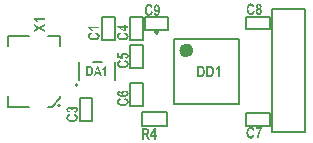
<source format=gto>
G04*
G04 #@! TF.GenerationSoftware,Altium Limited,Altium Designer,22.7.1 (60)*
G04*
G04 Layer_Color=65535*
%FSLAX43Y43*%
%MOMM*%
G71*
G04*
G04 #@! TF.SameCoordinates,4746692A-FCE4-4093-9A7F-7E88C9008C25*
G04*
G04*
G04 #@! TF.FilePolarity,Positive*
G04*
G01*
G75*
%ADD10C,0.200*%
%ADD11C,0.250*%
%ADD12C,0.600*%
%ADD13C,0.127*%
%ADD14C,0.150*%
G36*
X8450Y10116D02*
X7761D01*
X7762Y10115D01*
X7765Y10112D01*
X7769Y10108D01*
X7776Y10101D01*
X7783Y10094D01*
X7793Y10084D01*
X7803Y10073D01*
X7813Y10060D01*
X7835Y10032D01*
X7859Y9999D01*
X7880Y9961D01*
X7899Y9922D01*
X7732D01*
Y9923D01*
X7731Y9925D01*
X7728Y9933D01*
X7721Y9944D01*
X7713Y9961D01*
X7700Y9981D01*
X7685Y10002D01*
X7666Y10026D01*
X7644Y10052D01*
X7642Y10053D01*
X7641Y10054D01*
X7632Y10063D01*
X7618Y10074D01*
X7600Y10088D01*
X7579Y10104D01*
X7553Y10119D01*
X7525Y10133D01*
X7494Y10145D01*
Y10267D01*
X8450D01*
Y10116D01*
D02*
G37*
G36*
X8164Y9779D02*
X8172Y9777D01*
X8184Y9774D01*
X8196Y9770D01*
X8212Y9765D01*
X8229Y9760D01*
X8247Y9753D01*
X8285Y9736D01*
X8325Y9715D01*
X8361Y9691D01*
X8377Y9677D01*
X8392Y9661D01*
X8394Y9660D01*
X8395Y9657D01*
X8399Y9653D01*
X8403Y9646D01*
X8409Y9639D01*
X8415Y9629D01*
X8422Y9617D01*
X8429Y9605D01*
X8436Y9591D01*
X8443Y9575D01*
X8454Y9540D01*
X8463Y9500D01*
X8464Y9479D01*
X8466Y9457D01*
Y9450D01*
X8464Y9443D01*
Y9431D01*
X8461Y9419D01*
X8460Y9403D01*
X8456Y9386D01*
X8451Y9368D01*
X8444Y9348D01*
X8437Y9328D01*
X8427Y9309D01*
X8416Y9287D01*
X8402Y9266D01*
X8387Y9247D01*
X8370Y9227D01*
X8349Y9209D01*
X8347Y9207D01*
X8343Y9204D01*
X8334Y9199D01*
X8323Y9192D01*
X8310Y9183D01*
X8294Y9175D01*
X8274Y9165D01*
X8251Y9155D01*
X8227Y9144D01*
X8199Y9134D01*
X8169Y9125D01*
X8137Y9117D01*
X8102Y9110D01*
X8064Y9104D01*
X8024Y9101D01*
X7982Y9100D01*
X7981D01*
X7979D01*
X7971D01*
X7958Y9101D01*
X7943D01*
X7921Y9103D01*
X7897Y9106D01*
X7872Y9110D01*
X7844Y9114D01*
X7813Y9120D01*
X7782Y9127D01*
X7751Y9135D01*
X7718Y9147D01*
X7687Y9159D01*
X7658Y9173D01*
X7628Y9190D01*
X7601Y9210D01*
X7600Y9211D01*
X7596Y9214D01*
X7590Y9220D01*
X7583Y9227D01*
X7573Y9237D01*
X7563Y9248D01*
X7552Y9262D01*
X7541Y9278D01*
X7531Y9295D01*
X7520Y9314D01*
X7510Y9335D01*
X7500Y9358D01*
X7493Y9383D01*
X7487Y9409D01*
X7483Y9437D01*
X7482Y9467D01*
Y9479D01*
X7483Y9489D01*
X7484Y9500D01*
X7486Y9513D01*
X7489Y9527D01*
X7493Y9543D01*
X7504Y9578D01*
X7511Y9596D01*
X7520Y9615D01*
X7531Y9633D01*
X7544Y9651D01*
X7558Y9670D01*
X7573Y9686D01*
Y9688D01*
X7576Y9689D01*
X7580Y9692D01*
X7584Y9696D01*
X7591Y9702D01*
X7600Y9708D01*
X7610Y9715D01*
X7621Y9722D01*
X7634Y9729D01*
X7646Y9737D01*
X7662Y9744D01*
X7679Y9753D01*
X7699Y9760D01*
X7718Y9767D01*
X7740Y9774D01*
X7762Y9779D01*
X7807Y9623D01*
X7806D01*
X7804Y9622D01*
X7800D01*
X7794Y9620D01*
X7780Y9616D01*
X7763Y9610D01*
X7744Y9602D01*
X7724Y9591D01*
X7706Y9578D01*
X7689Y9562D01*
X7687Y9561D01*
X7682Y9555D01*
X7675Y9545D01*
X7668Y9533D01*
X7659Y9517D01*
X7654Y9500D01*
X7648Y9481D01*
X7646Y9458D01*
Y9450D01*
X7648Y9444D01*
X7651Y9428D01*
X7656Y9409D01*
X7665Y9386D01*
X7679Y9362D01*
X7687Y9351D01*
X7697Y9340D01*
X7708Y9328D01*
X7723Y9317D01*
X7724D01*
X7725Y9314D01*
X7731Y9313D01*
X7737Y9309D01*
X7745Y9304D01*
X7755Y9300D01*
X7768Y9296D01*
X7782Y9290D01*
X7797Y9285D01*
X7816Y9280D01*
X7837Y9276D01*
X7859Y9272D01*
X7883Y9269D01*
X7910Y9266D01*
X7940Y9264D01*
X7971D01*
X7972D01*
X7979D01*
X7988D01*
X8000Y9265D01*
X8014D01*
X8031Y9266D01*
X8050Y9268D01*
X8069Y9271D01*
X8112Y9276D01*
X8154Y9286D01*
X8174Y9292D01*
X8193Y9299D01*
X8210Y9307D01*
X8226Y9316D01*
X8227D01*
X8229Y9318D01*
X8237Y9326D01*
X8250Y9337D01*
X8263Y9354D01*
X8277Y9373D01*
X8289Y9396D01*
X8298Y9424D01*
X8299Y9438D01*
X8301Y9454D01*
Y9457D01*
X8299Y9464D01*
X8298Y9476D01*
X8295Y9490D01*
X8289Y9507D01*
X8281Y9526D01*
X8268Y9544D01*
X8253Y9561D01*
X8250Y9562D01*
X8243Y9568D01*
X8231Y9576D01*
X8215Y9586D01*
X8193Y9598D01*
X8167Y9607D01*
X8136Y9619D01*
X8098Y9627D01*
X8157Y9781D01*
X8158D01*
X8164Y9779D01*
D02*
G37*
G36*
X6346Y3496D02*
X6358Y3494D01*
X6370Y3493D01*
X6384Y3490D01*
X6401Y3487D01*
X6435Y3477D01*
X6470Y3463D01*
X6489Y3455D01*
X6507Y3445D01*
X6524Y3432D01*
X6541Y3418D01*
X6542Y3417D01*
X6545Y3415D01*
X6549Y3410D01*
X6554Y3404D01*
X6561Y3397D01*
X6568Y3388D01*
X6583Y3366D01*
X6599Y3339D01*
X6613Y3308D01*
X6617Y3290D01*
X6621Y3271D01*
X6624Y3253D01*
X6626Y3233D01*
Y3223D01*
X6624Y3216D01*
X6623Y3208D01*
X6621Y3197D01*
X6617Y3173D01*
X6609Y3146D01*
X6594Y3116D01*
X6587Y3101D01*
X6578Y3087D01*
X6566Y3073D01*
X6554Y3059D01*
X6552Y3057D01*
X6551Y3056D01*
X6547Y3051D01*
X6541Y3047D01*
X6532Y3042D01*
X6524Y3036D01*
X6514Y3029D01*
X6501Y3022D01*
X6489Y3015D01*
X6473Y3008D01*
X6458Y3001D01*
X6439Y2994D01*
X6401Y2984D01*
X6356Y2977D01*
X6335Y3122D01*
X6337D01*
X6338D01*
X6346Y3123D01*
X6358Y3125D01*
X6373Y3129D01*
X6390Y3133D01*
X6407Y3140D01*
X6424Y3149D01*
X6438Y3159D01*
X6439Y3160D01*
X6444Y3164D01*
X6449Y3171D01*
X6455Y3180D01*
X6462Y3190D01*
X6468Y3202D01*
X6472Y3216D01*
X6473Y3232D01*
Y3240D01*
X6470Y3249D01*
X6468Y3259D01*
X6463Y3271D01*
X6456Y3285D01*
X6446Y3298D01*
X6432Y3311D01*
X6431Y3312D01*
X6424Y3316D01*
X6415Y3321D01*
X6401Y3328D01*
X6386Y3333D01*
X6365Y3338D01*
X6342Y3342D01*
X6315Y3343D01*
X6314D01*
X6313D01*
X6304D01*
X6291Y3342D01*
X6276Y3339D01*
X6259Y3336D01*
X6241Y3331D01*
X6222Y3322D01*
X6207Y3312D01*
X6205Y3311D01*
X6200Y3307D01*
X6194Y3300D01*
X6186Y3291D01*
X6179Y3280D01*
X6172Y3267D01*
X6167Y3253D01*
X6166Y3238D01*
Y3226D01*
X6167Y3219D01*
X6169Y3209D01*
X6172Y3197D01*
X6176Y3184D01*
X6180Y3170D01*
X6031Y3185D01*
Y3195D01*
X6029Y3207D01*
X6028Y3219D01*
X6024Y3235D01*
X6019Y3250D01*
X6011Y3264D01*
X6001Y3278D01*
X6000Y3280D01*
X5995Y3284D01*
X5987Y3290D01*
X5977Y3295D01*
X5964Y3301D01*
X5949Y3307D01*
X5931Y3311D01*
X5909Y3312D01*
X5907D01*
X5901D01*
X5892Y3311D01*
X5881Y3309D01*
X5870Y3307D01*
X5857Y3301D01*
X5845Y3295D01*
X5833Y3287D01*
X5832Y3285D01*
X5829Y3283D01*
X5825Y3277D01*
X5819Y3270D01*
X5814Y3261D01*
X5809Y3250D01*
X5806Y3238D01*
X5805Y3223D01*
Y3218D01*
X5806Y3209D01*
X5809Y3201D01*
X5814Y3191D01*
X5819Y3180D01*
X5826Y3168D01*
X5837Y3157D01*
X5839Y3156D01*
X5843Y3153D01*
X5852Y3149D01*
X5861Y3143D01*
X5874Y3137D01*
X5891Y3132D01*
X5909Y3128D01*
X5932Y3125D01*
X5904Y2987D01*
X5902D01*
X5898Y2988D01*
X5891Y2989D01*
X5883Y2991D01*
X5871Y2994D01*
X5860Y2996D01*
X5832Y3005D01*
X5801Y3016D01*
X5770Y3030D01*
X5740Y3049D01*
X5726Y3059D01*
X5715Y3070D01*
X5713Y3071D01*
X5712Y3073D01*
X5705Y3081D01*
X5695Y3095D01*
X5684Y3113D01*
X5674Y3136D01*
X5664Y3164D01*
X5657Y3195D01*
X5654Y3212D01*
Y3239D01*
X5656Y3247D01*
X5657Y3256D01*
X5658Y3266D01*
X5664Y3291D01*
X5673Y3318D01*
X5687Y3346D01*
X5695Y3360D01*
X5705Y3374D01*
X5716Y3387D01*
X5730Y3400D01*
X5732Y3401D01*
X5733Y3402D01*
X5737Y3405D01*
X5743Y3410D01*
X5750Y3414D01*
X5759Y3419D01*
X5780Y3432D01*
X5805Y3443D01*
X5833Y3453D01*
X5864Y3460D01*
X5881Y3463D01*
X5898D01*
X5901D01*
X5908D01*
X5921Y3462D01*
X5935Y3459D01*
X5953Y3456D01*
X5971Y3450D01*
X5991Y3443D01*
X6011Y3433D01*
X6014Y3432D01*
X6019Y3428D01*
X6028Y3422D01*
X6040Y3412D01*
X6053Y3401D01*
X6069Y3386D01*
X6084Y3369D01*
X6098Y3349D01*
Y3350D01*
X6100Y3352D01*
X6102Y3360D01*
X6107Y3371D01*
X6114Y3387D01*
X6125Y3404D01*
X6138Y3421D01*
X6155Y3438D01*
X6176Y3455D01*
X6179Y3456D01*
X6187Y3462D01*
X6200Y3469D01*
X6217Y3476D01*
X6238Y3484D01*
X6263Y3490D01*
X6293Y3496D01*
X6325Y3497D01*
X6327D01*
X6331D01*
X6338D01*
X6346Y3496D01*
D02*
G37*
G36*
X6324Y2879D02*
X6332Y2877D01*
X6344Y2874D01*
X6356Y2870D01*
X6372Y2865D01*
X6389Y2860D01*
X6407Y2853D01*
X6445Y2836D01*
X6485Y2815D01*
X6521Y2791D01*
X6537Y2777D01*
X6552Y2761D01*
X6554Y2760D01*
X6555Y2757D01*
X6559Y2753D01*
X6563Y2746D01*
X6569Y2739D01*
X6575Y2729D01*
X6582Y2717D01*
X6589Y2705D01*
X6596Y2691D01*
X6603Y2675D01*
X6614Y2640D01*
X6623Y2600D01*
X6624Y2579D01*
X6626Y2557D01*
Y2550D01*
X6624Y2543D01*
Y2531D01*
X6621Y2519D01*
X6620Y2503D01*
X6616Y2486D01*
X6611Y2468D01*
X6604Y2448D01*
X6597Y2428D01*
X6587Y2409D01*
X6576Y2387D01*
X6562Y2366D01*
X6547Y2347D01*
X6530Y2327D01*
X6509Y2309D01*
X6507Y2307D01*
X6503Y2304D01*
X6494Y2299D01*
X6483Y2292D01*
X6470Y2283D01*
X6454Y2275D01*
X6434Y2265D01*
X6411Y2255D01*
X6387Y2244D01*
X6359Y2234D01*
X6329Y2225D01*
X6297Y2217D01*
X6262Y2210D01*
X6224Y2204D01*
X6184Y2201D01*
X6142Y2200D01*
X6141D01*
X6139D01*
X6131D01*
X6118Y2201D01*
X6102D01*
X6081Y2203D01*
X6057Y2206D01*
X6032Y2210D01*
X6004Y2214D01*
X5973Y2220D01*
X5942Y2227D01*
X5911Y2235D01*
X5878Y2247D01*
X5847Y2259D01*
X5818Y2273D01*
X5788Y2290D01*
X5761Y2310D01*
X5760Y2311D01*
X5756Y2314D01*
X5750Y2320D01*
X5743Y2327D01*
X5733Y2337D01*
X5723Y2348D01*
X5712Y2362D01*
X5701Y2378D01*
X5691Y2395D01*
X5680Y2414D01*
X5670Y2435D01*
X5660Y2458D01*
X5653Y2483D01*
X5647Y2509D01*
X5643Y2537D01*
X5642Y2567D01*
Y2579D01*
X5643Y2589D01*
X5644Y2600D01*
X5646Y2613D01*
X5649Y2627D01*
X5653Y2643D01*
X5664Y2678D01*
X5671Y2696D01*
X5680Y2715D01*
X5691Y2733D01*
X5704Y2751D01*
X5718Y2770D01*
X5733Y2786D01*
Y2788D01*
X5736Y2789D01*
X5740Y2792D01*
X5744Y2796D01*
X5751Y2802D01*
X5760Y2808D01*
X5770Y2815D01*
X5781Y2822D01*
X5794Y2829D01*
X5806Y2837D01*
X5822Y2844D01*
X5839Y2853D01*
X5859Y2860D01*
X5878Y2867D01*
X5900Y2874D01*
X5922Y2879D01*
X5967Y2723D01*
X5966D01*
X5964Y2722D01*
X5960D01*
X5954Y2720D01*
X5940Y2716D01*
X5923Y2710D01*
X5904Y2702D01*
X5884Y2691D01*
X5866Y2678D01*
X5849Y2662D01*
X5847Y2661D01*
X5842Y2655D01*
X5835Y2645D01*
X5828Y2633D01*
X5819Y2617D01*
X5814Y2600D01*
X5808Y2581D01*
X5806Y2558D01*
Y2550D01*
X5808Y2544D01*
X5811Y2528D01*
X5816Y2509D01*
X5825Y2486D01*
X5839Y2462D01*
X5847Y2451D01*
X5857Y2440D01*
X5868Y2428D01*
X5883Y2417D01*
X5884D01*
X5885Y2414D01*
X5891Y2413D01*
X5897Y2409D01*
X5905Y2404D01*
X5915Y2400D01*
X5928Y2396D01*
X5942Y2390D01*
X5957Y2385D01*
X5976Y2380D01*
X5997Y2376D01*
X6019Y2372D01*
X6043Y2369D01*
X6070Y2366D01*
X6100Y2364D01*
X6131D01*
X6132D01*
X6139D01*
X6148D01*
X6160Y2365D01*
X6174D01*
X6191Y2366D01*
X6210Y2368D01*
X6229Y2371D01*
X6272Y2376D01*
X6314Y2386D01*
X6334Y2392D01*
X6353Y2399D01*
X6370Y2407D01*
X6386Y2416D01*
X6387D01*
X6389Y2418D01*
X6397Y2426D01*
X6410Y2437D01*
X6423Y2454D01*
X6437Y2473D01*
X6449Y2496D01*
X6458Y2524D01*
X6459Y2538D01*
X6461Y2554D01*
Y2557D01*
X6459Y2564D01*
X6458Y2576D01*
X6455Y2590D01*
X6449Y2607D01*
X6441Y2626D01*
X6428Y2644D01*
X6413Y2661D01*
X6410Y2662D01*
X6403Y2668D01*
X6391Y2676D01*
X6375Y2686D01*
X6353Y2698D01*
X6327Y2707D01*
X6296Y2719D01*
X6258Y2727D01*
X6317Y2881D01*
X6318D01*
X6324Y2879D01*
D02*
G37*
G36*
X10708Y10321D02*
X10900D01*
Y10176D01*
X10708D01*
Y9856D01*
X10549D01*
X9944Y10194D01*
Y10321D01*
X10548D01*
Y10418D01*
X10708D01*
Y10321D01*
D02*
G37*
G36*
X10614Y9779D02*
X10622Y9777D01*
X10634Y9774D01*
X10646Y9770D01*
X10662Y9765D01*
X10679Y9760D01*
X10697Y9753D01*
X10735Y9736D01*
X10775Y9715D01*
X10811Y9691D01*
X10827Y9677D01*
X10842Y9661D01*
X10844Y9660D01*
X10845Y9657D01*
X10849Y9653D01*
X10853Y9646D01*
X10859Y9639D01*
X10865Y9629D01*
X10872Y9617D01*
X10879Y9605D01*
X10886Y9591D01*
X10893Y9575D01*
X10904Y9540D01*
X10913Y9500D01*
X10914Y9479D01*
X10916Y9457D01*
Y9450D01*
X10914Y9443D01*
Y9431D01*
X10911Y9419D01*
X10910Y9403D01*
X10906Y9386D01*
X10901Y9368D01*
X10894Y9348D01*
X10887Y9328D01*
X10877Y9309D01*
X10866Y9287D01*
X10852Y9266D01*
X10837Y9247D01*
X10820Y9227D01*
X10799Y9209D01*
X10797Y9207D01*
X10793Y9204D01*
X10784Y9199D01*
X10773Y9192D01*
X10760Y9183D01*
X10744Y9175D01*
X10724Y9165D01*
X10701Y9155D01*
X10677Y9144D01*
X10649Y9134D01*
X10619Y9125D01*
X10587Y9117D01*
X10552Y9110D01*
X10514Y9104D01*
X10474Y9101D01*
X10432Y9100D01*
X10431D01*
X10429D01*
X10421D01*
X10408Y9101D01*
X10393D01*
X10371Y9103D01*
X10347Y9106D01*
X10322Y9110D01*
X10294Y9114D01*
X10263Y9120D01*
X10232Y9127D01*
X10201Y9135D01*
X10168Y9147D01*
X10137Y9159D01*
X10108Y9173D01*
X10078Y9190D01*
X10051Y9210D01*
X10050Y9211D01*
X10046Y9214D01*
X10040Y9220D01*
X10033Y9227D01*
X10023Y9237D01*
X10013Y9248D01*
X10002Y9262D01*
X9991Y9278D01*
X9981Y9295D01*
X9970Y9314D01*
X9960Y9335D01*
X9950Y9358D01*
X9943Y9383D01*
X9937Y9409D01*
X9933Y9437D01*
X9932Y9467D01*
Y9479D01*
X9933Y9489D01*
X9934Y9500D01*
X9936Y9513D01*
X9939Y9527D01*
X9943Y9543D01*
X9954Y9578D01*
X9961Y9596D01*
X9970Y9615D01*
X9981Y9633D01*
X9994Y9651D01*
X10008Y9670D01*
X10023Y9686D01*
Y9688D01*
X10026Y9689D01*
X10030Y9692D01*
X10034Y9696D01*
X10041Y9702D01*
X10050Y9708D01*
X10060Y9715D01*
X10071Y9722D01*
X10084Y9729D01*
X10096Y9737D01*
X10112Y9744D01*
X10129Y9753D01*
X10149Y9760D01*
X10168Y9767D01*
X10190Y9774D01*
X10212Y9779D01*
X10257Y9623D01*
X10256D01*
X10254Y9622D01*
X10250D01*
X10244Y9620D01*
X10230Y9616D01*
X10213Y9610D01*
X10194Y9602D01*
X10174Y9591D01*
X10156Y9578D01*
X10139Y9562D01*
X10137Y9561D01*
X10132Y9555D01*
X10125Y9545D01*
X10118Y9533D01*
X10109Y9517D01*
X10104Y9500D01*
X10098Y9481D01*
X10096Y9458D01*
Y9450D01*
X10098Y9444D01*
X10101Y9428D01*
X10106Y9409D01*
X10115Y9386D01*
X10129Y9362D01*
X10137Y9351D01*
X10147Y9340D01*
X10158Y9328D01*
X10173Y9317D01*
X10174D01*
X10175Y9314D01*
X10181Y9313D01*
X10187Y9309D01*
X10195Y9304D01*
X10205Y9300D01*
X10218Y9296D01*
X10232Y9290D01*
X10247Y9285D01*
X10266Y9280D01*
X10287Y9276D01*
X10309Y9272D01*
X10333Y9269D01*
X10360Y9266D01*
X10390Y9264D01*
X10421D01*
X10422D01*
X10429D01*
X10438D01*
X10450Y9265D01*
X10464D01*
X10481Y9266D01*
X10500Y9268D01*
X10519Y9271D01*
X10562Y9276D01*
X10604Y9286D01*
X10624Y9292D01*
X10643Y9299D01*
X10660Y9307D01*
X10676Y9316D01*
X10677D01*
X10679Y9318D01*
X10687Y9326D01*
X10700Y9337D01*
X10713Y9354D01*
X10727Y9373D01*
X10739Y9396D01*
X10748Y9424D01*
X10749Y9438D01*
X10751Y9454D01*
Y9457D01*
X10749Y9464D01*
X10748Y9476D01*
X10745Y9490D01*
X10739Y9507D01*
X10731Y9526D01*
X10718Y9544D01*
X10703Y9561D01*
X10700Y9562D01*
X10693Y9568D01*
X10682Y9576D01*
X10665Y9586D01*
X10643Y9598D01*
X10617Y9607D01*
X10586Y9619D01*
X10548Y9627D01*
X10607Y9781D01*
X10608D01*
X10614Y9779D01*
D02*
G37*
G36*
X10601Y8053D02*
X10612D01*
X10625Y8050D01*
X10639Y8049D01*
X10656Y8046D01*
X10691Y8038D01*
X10731Y8025D01*
X10751Y8017D01*
X10770Y8008D01*
X10791Y7997D01*
X10811Y7984D01*
X10813Y7983D01*
X10815Y7981D01*
X10821Y7977D01*
X10828Y7971D01*
X10835Y7964D01*
X10844Y7956D01*
X10853Y7945D01*
X10863Y7933D01*
X10873Y7921D01*
X10883Y7905D01*
X10892Y7890D01*
X10899Y7871D01*
X10906Y7853D01*
X10911Y7832D01*
X10914Y7811D01*
X10916Y7787D01*
Y7777D01*
X10914Y7770D01*
Y7761D01*
X10911Y7750D01*
X10907Y7726D01*
X10899Y7699D01*
X10887Y7670D01*
X10870Y7642D01*
X10859Y7627D01*
X10848Y7613D01*
X10846Y7612D01*
X10845Y7611D01*
X10841Y7606D01*
X10835Y7602D01*
X10828Y7596D01*
X10820Y7591D01*
X10810Y7584D01*
X10799Y7577D01*
X10786Y7570D01*
X10770Y7563D01*
X10755Y7556D01*
X10738Y7549D01*
X10720Y7543D01*
X10698Y7537D01*
X10655Y7530D01*
X10635Y7680D01*
X10638D01*
X10645Y7681D01*
X10658Y7684D01*
X10672Y7687D01*
X10687Y7691D01*
X10703Y7698D01*
X10720Y7706D01*
X10734Y7718D01*
X10735Y7719D01*
X10739Y7723D01*
X10745Y7730D01*
X10751Y7739D01*
X10758Y7749D01*
X10763Y7761D01*
X10767Y7774D01*
X10769Y7788D01*
Y7790D01*
X10767Y7797D01*
X10766Y7805D01*
X10763Y7815D01*
X10758Y7828D01*
X10749Y7842D01*
X10739Y7854D01*
X10724Y7867D01*
X10721Y7869D01*
X10715Y7873D01*
X10704Y7878D01*
X10690Y7884D01*
X10670Y7890D01*
X10646Y7895D01*
X10617Y7900D01*
X10584Y7901D01*
X10583D01*
X10580D01*
X10576D01*
X10569D01*
X10553Y7900D01*
X10533Y7897D01*
X10512Y7892D01*
X10490Y7887D01*
X10470Y7878D01*
X10452Y7867D01*
X10450Y7866D01*
X10445Y7861D01*
X10438Y7854D01*
X10429Y7845D01*
X10422Y7833D01*
X10415Y7818D01*
X10409Y7802D01*
X10408Y7784D01*
Y7781D01*
X10409Y7773D01*
X10412Y7761D01*
X10416Y7746D01*
X10425Y7728D01*
X10438Y7708D01*
X10445Y7698D01*
X10455Y7688D01*
X10464Y7678D01*
X10477Y7668D01*
X10456Y7547D01*
X9960Y7623D01*
Y8019D01*
X10130D01*
Y7737D01*
X10294Y7712D01*
X10292Y7715D01*
X10288Y7721D01*
X10284Y7730D01*
X10277Y7744D01*
X10271Y7760D01*
X10267Y7777D01*
X10263Y7795D01*
X10261Y7815D01*
Y7823D01*
X10263Y7830D01*
X10264Y7839D01*
X10266Y7847D01*
X10270Y7870D01*
X10280Y7894D01*
X10292Y7921D01*
X10301Y7935D01*
X10311Y7947D01*
X10322Y7960D01*
X10335Y7973D01*
X10336Y7974D01*
X10339Y7977D01*
X10345Y7980D01*
X10352Y7986D01*
X10361Y7991D01*
X10373Y7998D01*
X10385Y8007D01*
X10400Y8014D01*
X10416Y8021D01*
X10435Y8029D01*
X10456Y8036D01*
X10477Y8042D01*
X10501Y8048D01*
X10525Y8052D01*
X10552Y8053D01*
X10580Y8055D01*
X10581D01*
X10586D01*
X10593D01*
X10601Y8053D01*
D02*
G37*
G36*
X10614Y7424D02*
X10622Y7422D01*
X10634Y7419D01*
X10646Y7415D01*
X10662Y7410D01*
X10679Y7405D01*
X10697Y7398D01*
X10735Y7381D01*
X10775Y7360D01*
X10811Y7336D01*
X10827Y7322D01*
X10842Y7306D01*
X10844Y7305D01*
X10845Y7302D01*
X10849Y7298D01*
X10853Y7291D01*
X10859Y7284D01*
X10865Y7274D01*
X10872Y7262D01*
X10879Y7250D01*
X10886Y7236D01*
X10893Y7220D01*
X10904Y7185D01*
X10913Y7145D01*
X10914Y7124D01*
X10916Y7102D01*
Y7095D01*
X10914Y7088D01*
Y7076D01*
X10911Y7064D01*
X10910Y7048D01*
X10906Y7031D01*
X10901Y7013D01*
X10894Y6993D01*
X10887Y6973D01*
X10877Y6954D01*
X10866Y6932D01*
X10852Y6911D01*
X10837Y6892D01*
X10820Y6872D01*
X10799Y6854D01*
X10797Y6852D01*
X10793Y6849D01*
X10784Y6844D01*
X10773Y6837D01*
X10760Y6828D01*
X10744Y6820D01*
X10724Y6810D01*
X10701Y6800D01*
X10677Y6789D01*
X10649Y6779D01*
X10619Y6770D01*
X10587Y6762D01*
X10552Y6755D01*
X10514Y6749D01*
X10474Y6746D01*
X10432Y6745D01*
X10431D01*
X10429D01*
X10421D01*
X10408Y6746D01*
X10393D01*
X10371Y6748D01*
X10347Y6751D01*
X10322Y6755D01*
X10294Y6759D01*
X10263Y6765D01*
X10232Y6772D01*
X10201Y6780D01*
X10168Y6792D01*
X10137Y6804D01*
X10108Y6818D01*
X10078Y6835D01*
X10051Y6855D01*
X10050Y6856D01*
X10046Y6859D01*
X10040Y6865D01*
X10033Y6872D01*
X10023Y6882D01*
X10013Y6893D01*
X10002Y6907D01*
X9991Y6923D01*
X9981Y6940D01*
X9970Y6959D01*
X9960Y6980D01*
X9950Y7003D01*
X9943Y7028D01*
X9937Y7054D01*
X9933Y7082D01*
X9932Y7112D01*
Y7124D01*
X9933Y7134D01*
X9934Y7145D01*
X9936Y7158D01*
X9939Y7172D01*
X9943Y7188D01*
X9954Y7223D01*
X9961Y7241D01*
X9970Y7260D01*
X9981Y7278D01*
X9994Y7296D01*
X10008Y7315D01*
X10023Y7331D01*
Y7333D01*
X10026Y7334D01*
X10030Y7337D01*
X10034Y7341D01*
X10041Y7347D01*
X10050Y7353D01*
X10060Y7360D01*
X10071Y7367D01*
X10084Y7374D01*
X10096Y7382D01*
X10112Y7389D01*
X10129Y7398D01*
X10149Y7405D01*
X10168Y7412D01*
X10190Y7419D01*
X10212Y7424D01*
X10257Y7268D01*
X10256D01*
X10254Y7267D01*
X10250D01*
X10244Y7265D01*
X10230Y7261D01*
X10213Y7255D01*
X10194Y7247D01*
X10174Y7236D01*
X10156Y7223D01*
X10139Y7207D01*
X10137Y7206D01*
X10132Y7200D01*
X10125Y7190D01*
X10118Y7178D01*
X10109Y7162D01*
X10104Y7145D01*
X10098Y7126D01*
X10096Y7103D01*
Y7095D01*
X10098Y7089D01*
X10101Y7073D01*
X10106Y7054D01*
X10115Y7031D01*
X10129Y7007D01*
X10137Y6996D01*
X10147Y6985D01*
X10158Y6973D01*
X10173Y6962D01*
X10174D01*
X10175Y6959D01*
X10181Y6958D01*
X10187Y6954D01*
X10195Y6949D01*
X10205Y6945D01*
X10218Y6941D01*
X10232Y6935D01*
X10247Y6930D01*
X10266Y6925D01*
X10287Y6921D01*
X10309Y6917D01*
X10333Y6914D01*
X10360Y6911D01*
X10390Y6909D01*
X10421D01*
X10422D01*
X10429D01*
X10438D01*
X10450Y6910D01*
X10464D01*
X10481Y6911D01*
X10500Y6913D01*
X10519Y6916D01*
X10562Y6921D01*
X10604Y6931D01*
X10624Y6937D01*
X10643Y6944D01*
X10660Y6952D01*
X10676Y6961D01*
X10677D01*
X10679Y6964D01*
X10687Y6971D01*
X10700Y6982D01*
X10713Y6999D01*
X10727Y7018D01*
X10739Y7041D01*
X10748Y7069D01*
X10749Y7083D01*
X10751Y7099D01*
Y7102D01*
X10749Y7109D01*
X10748Y7121D01*
X10745Y7135D01*
X10739Y7152D01*
X10731Y7171D01*
X10718Y7189D01*
X10703Y7206D01*
X10700Y7207D01*
X10693Y7213D01*
X10682Y7221D01*
X10665Y7231D01*
X10643Y7243D01*
X10617Y7252D01*
X10586Y7264D01*
X10548Y7272D01*
X10607Y7426D01*
X10608D01*
X10614Y7424D01*
D02*
G37*
G36*
X10619Y4849D02*
X10632Y4848D01*
X10648Y4846D01*
X10663Y4845D01*
X10682Y4842D01*
X10718Y4832D01*
X10758Y4819D01*
X10777Y4811D01*
X10796Y4801D01*
X10814Y4790D01*
X10831Y4777D01*
X10832Y4776D01*
X10835Y4774D01*
X10839Y4770D01*
X10844Y4764D01*
X10851Y4757D01*
X10858Y4749D01*
X10873Y4728D01*
X10889Y4702D01*
X10903Y4671D01*
X10907Y4654D01*
X10911Y4636D01*
X10914Y4618D01*
X10916Y4598D01*
Y4592D01*
X10914Y4587D01*
Y4578D01*
X10913Y4568D01*
X10910Y4557D01*
X10901Y4530D01*
X10896Y4515D01*
X10889Y4499D01*
X10880Y4482D01*
X10869Y4467D01*
X10856Y4450D01*
X10842Y4435D01*
X10825Y4419D01*
X10806Y4404D01*
X10804Y4402D01*
X10800Y4401D01*
X10793Y4396D01*
X10784Y4392D01*
X10772Y4387D01*
X10756Y4380D01*
X10739Y4372D01*
X10718Y4365D01*
X10694Y4358D01*
X10666Y4351D01*
X10636Y4346D01*
X10603Y4339D01*
X10566Y4334D01*
X10526Y4330D01*
X10483Y4329D01*
X10436Y4327D01*
X10435D01*
X10433D01*
X10425D01*
X10411D01*
X10394Y4329D01*
X10371Y4330D01*
X10347Y4332D01*
X10321Y4334D01*
X10291Y4337D01*
X10229Y4347D01*
X10167Y4361D01*
X10137Y4370D01*
X10109Y4381D01*
X10082Y4392D01*
X10060Y4406D01*
X10058Y4408D01*
X10054Y4411D01*
X10049Y4415D01*
X10041Y4420D01*
X10033Y4429D01*
X10023Y4439D01*
X10013Y4450D01*
X10002Y4463D01*
X9991Y4477D01*
X9981Y4492D01*
X9963Y4528D01*
X9955Y4547D01*
X9948Y4567D01*
X9946Y4590D01*
X9944Y4612D01*
Y4621D01*
X9946Y4626D01*
X9947Y4643D01*
X9951Y4663D01*
X9958Y4687D01*
X9970Y4711D01*
X9984Y4736D01*
X10003Y4759D01*
X10006Y4762D01*
X10015Y4769D01*
X10029Y4778D01*
X10047Y4791D01*
X10073Y4804D01*
X10104Y4817D01*
X10139Y4826D01*
X10181Y4835D01*
X10201Y4690D01*
X10199D01*
X10197D01*
X10191Y4688D01*
X10184Y4687D01*
X10167Y4683D01*
X10147Y4674D01*
X10129Y4664D01*
X10112Y4649D01*
X10105Y4639D01*
X10099Y4629D01*
X10096Y4616D01*
X10095Y4604D01*
Y4602D01*
X10096Y4595D01*
X10098Y4587D01*
X10102Y4575D01*
X10108Y4563D01*
X10118Y4550D01*
X10130Y4536D01*
X10149Y4523D01*
X10151Y4522D01*
X10154Y4521D01*
X10160Y4518D01*
X10166Y4516D01*
X10174Y4512D01*
X10184Y4509D01*
X10195Y4506D01*
X10209Y4502D01*
X10225Y4499D01*
X10243Y4495D01*
X10263Y4492D01*
X10284Y4489D01*
X10308Y4487D01*
X10335Y4484D01*
X10364Y4482D01*
X10363Y4484D01*
X10357Y4488D01*
X10350Y4494D01*
X10342Y4501D01*
X10332Y4511D01*
X10322Y4521D01*
X10312Y4532D01*
X10304Y4544D01*
X10302Y4546D01*
X10301Y4550D01*
X10297Y4559D01*
X10292Y4567D01*
X10290Y4578D01*
X10285Y4592D01*
X10284Y4607D01*
X10283Y4622D01*
Y4630D01*
X10284Y4638D01*
X10285Y4646D01*
X10287Y4654D01*
X10294Y4677D01*
X10304Y4701D01*
X10311Y4715D01*
X10319Y4728D01*
X10329Y4742D01*
X10340Y4755D01*
X10353Y4769D01*
X10369Y4781D01*
X10370Y4783D01*
X10373Y4784D01*
X10377Y4788D01*
X10384Y4793D01*
X10393Y4797D01*
X10402Y4804D01*
X10415Y4809D01*
X10429Y4817D01*
X10445Y4822D01*
X10462Y4829D01*
X10480Y4835D01*
X10500Y4839D01*
X10522Y4845D01*
X10545Y4848D01*
X10570Y4849D01*
X10595Y4850D01*
X10597D01*
X10603D01*
X10610D01*
X10619Y4849D01*
D02*
G37*
G36*
X10614Y4224D02*
X10622Y4222D01*
X10634Y4219D01*
X10646Y4215D01*
X10662Y4210D01*
X10679Y4205D01*
X10697Y4198D01*
X10735Y4181D01*
X10775Y4160D01*
X10811Y4136D01*
X10827Y4122D01*
X10842Y4106D01*
X10844Y4105D01*
X10845Y4102D01*
X10849Y4098D01*
X10853Y4091D01*
X10859Y4083D01*
X10865Y4074D01*
X10872Y4062D01*
X10879Y4050D01*
X10886Y4036D01*
X10893Y4020D01*
X10904Y3985D01*
X10913Y3945D01*
X10914Y3924D01*
X10916Y3902D01*
Y3895D01*
X10914Y3888D01*
Y3876D01*
X10911Y3864D01*
X10910Y3848D01*
X10906Y3831D01*
X10901Y3813D01*
X10894Y3793D01*
X10887Y3773D01*
X10877Y3754D01*
X10866Y3732D01*
X10852Y3711D01*
X10837Y3692D01*
X10820Y3672D01*
X10799Y3654D01*
X10797Y3652D01*
X10793Y3649D01*
X10784Y3644D01*
X10773Y3637D01*
X10760Y3628D01*
X10744Y3620D01*
X10724Y3610D01*
X10701Y3600D01*
X10677Y3589D01*
X10649Y3579D01*
X10619Y3570D01*
X10587Y3562D01*
X10552Y3555D01*
X10514Y3549D01*
X10474Y3546D01*
X10432Y3545D01*
X10431D01*
X10429D01*
X10421D01*
X10408Y3546D01*
X10393D01*
X10371Y3548D01*
X10347Y3551D01*
X10322Y3555D01*
X10294Y3559D01*
X10263Y3565D01*
X10232Y3572D01*
X10201Y3580D01*
X10168Y3592D01*
X10137Y3604D01*
X10108Y3618D01*
X10078Y3635D01*
X10051Y3655D01*
X10050Y3656D01*
X10046Y3659D01*
X10040Y3665D01*
X10033Y3672D01*
X10023Y3682D01*
X10013Y3693D01*
X10002Y3707D01*
X9991Y3723D01*
X9981Y3740D01*
X9970Y3759D01*
X9960Y3780D01*
X9950Y3803D01*
X9943Y3828D01*
X9937Y3854D01*
X9933Y3882D01*
X9932Y3912D01*
Y3924D01*
X9933Y3934D01*
X9934Y3945D01*
X9936Y3958D01*
X9939Y3972D01*
X9943Y3988D01*
X9954Y4023D01*
X9961Y4041D01*
X9970Y4060D01*
X9981Y4078D01*
X9994Y4096D01*
X10008Y4115D01*
X10023Y4131D01*
Y4133D01*
X10026Y4134D01*
X10030Y4137D01*
X10034Y4141D01*
X10041Y4147D01*
X10050Y4153D01*
X10060Y4160D01*
X10071Y4167D01*
X10084Y4174D01*
X10096Y4182D01*
X10112Y4189D01*
X10129Y4198D01*
X10149Y4205D01*
X10168Y4212D01*
X10190Y4219D01*
X10212Y4224D01*
X10257Y4068D01*
X10256D01*
X10254Y4067D01*
X10250D01*
X10244Y4065D01*
X10230Y4061D01*
X10213Y4055D01*
X10194Y4047D01*
X10174Y4036D01*
X10156Y4023D01*
X10139Y4007D01*
X10137Y4006D01*
X10132Y4000D01*
X10125Y3990D01*
X10118Y3978D01*
X10109Y3962D01*
X10104Y3945D01*
X10098Y3926D01*
X10096Y3903D01*
Y3895D01*
X10098Y3889D01*
X10101Y3873D01*
X10106Y3854D01*
X10115Y3831D01*
X10129Y3807D01*
X10137Y3796D01*
X10147Y3785D01*
X10158Y3773D01*
X10173Y3762D01*
X10174D01*
X10175Y3759D01*
X10181Y3758D01*
X10187Y3754D01*
X10195Y3749D01*
X10205Y3745D01*
X10218Y3741D01*
X10232Y3735D01*
X10247Y3730D01*
X10266Y3725D01*
X10287Y3721D01*
X10309Y3717D01*
X10333Y3714D01*
X10360Y3711D01*
X10390Y3709D01*
X10421D01*
X10422D01*
X10429D01*
X10438D01*
X10450Y3710D01*
X10464D01*
X10481Y3711D01*
X10500Y3713D01*
X10519Y3716D01*
X10562Y3721D01*
X10604Y3731D01*
X10624Y3737D01*
X10643Y3744D01*
X10660Y3752D01*
X10676Y3761D01*
X10677D01*
X10679Y3763D01*
X10687Y3771D01*
X10700Y3782D01*
X10713Y3799D01*
X10727Y3818D01*
X10739Y3841D01*
X10748Y3869D01*
X10749Y3883D01*
X10751Y3899D01*
Y3902D01*
X10749Y3909D01*
X10748Y3921D01*
X10745Y3935D01*
X10739Y3952D01*
X10731Y3971D01*
X10718Y3989D01*
X10703Y4006D01*
X10700Y4007D01*
X10693Y4013D01*
X10682Y4021D01*
X10665Y4031D01*
X10643Y4043D01*
X10617Y4052D01*
X10586Y4064D01*
X10548Y4072D01*
X10607Y4226D01*
X10608D01*
X10614Y4224D01*
D02*
G37*
G36*
X21284Y1767D02*
X21295Y1766D01*
X21308Y1764D01*
X21322Y1761D01*
X21338Y1757D01*
X21373Y1746D01*
X21391Y1739D01*
X21410Y1730D01*
X21428Y1719D01*
X21446Y1706D01*
X21465Y1692D01*
X21481Y1677D01*
X21483D01*
X21484Y1674D01*
X21487Y1670D01*
X21491Y1666D01*
X21497Y1659D01*
X21503Y1650D01*
X21510Y1640D01*
X21517Y1629D01*
X21524Y1616D01*
X21532Y1604D01*
X21539Y1588D01*
X21548Y1571D01*
X21555Y1551D01*
X21562Y1532D01*
X21569Y1510D01*
X21574Y1488D01*
X21418Y1443D01*
Y1444D01*
X21417Y1446D01*
Y1450D01*
X21415Y1456D01*
X21411Y1470D01*
X21405Y1487D01*
X21397Y1506D01*
X21386Y1526D01*
X21373Y1544D01*
X21357Y1561D01*
X21356Y1563D01*
X21350Y1568D01*
X21340Y1575D01*
X21328Y1582D01*
X21312Y1591D01*
X21295Y1596D01*
X21276Y1602D01*
X21253Y1604D01*
X21245D01*
X21239Y1602D01*
X21223Y1599D01*
X21204Y1594D01*
X21181Y1585D01*
X21157Y1571D01*
X21146Y1563D01*
X21135Y1553D01*
X21123Y1541D01*
X21112Y1527D01*
Y1526D01*
X21109Y1525D01*
X21108Y1519D01*
X21104Y1513D01*
X21099Y1505D01*
X21095Y1495D01*
X21091Y1482D01*
X21085Y1468D01*
X21080Y1453D01*
X21075Y1434D01*
X21071Y1413D01*
X21067Y1391D01*
X21064Y1367D01*
X21061Y1340D01*
X21059Y1310D01*
Y1279D01*
Y1278D01*
Y1271D01*
Y1262D01*
X21060Y1250D01*
Y1236D01*
X21061Y1219D01*
X21063Y1200D01*
X21066Y1181D01*
X21071Y1138D01*
X21081Y1096D01*
X21087Y1076D01*
X21094Y1057D01*
X21102Y1040D01*
X21111Y1024D01*
Y1023D01*
X21114Y1021D01*
X21121Y1013D01*
X21132Y1000D01*
X21149Y987D01*
X21168Y973D01*
X21191Y961D01*
X21219Y952D01*
X21233Y951D01*
X21249Y949D01*
X21252D01*
X21259Y951D01*
X21271Y952D01*
X21285Y955D01*
X21302Y961D01*
X21321Y969D01*
X21339Y982D01*
X21356Y997D01*
X21357Y1000D01*
X21363Y1007D01*
X21371Y1018D01*
X21381Y1035D01*
X21393Y1057D01*
X21402Y1083D01*
X21414Y1114D01*
X21422Y1152D01*
X21576Y1093D01*
Y1092D01*
X21574Y1086D01*
X21572Y1078D01*
X21569Y1066D01*
X21565Y1054D01*
X21560Y1038D01*
X21555Y1021D01*
X21548Y1003D01*
X21531Y965D01*
X21510Y925D01*
X21486Y889D01*
X21472Y873D01*
X21456Y858D01*
X21455Y856D01*
X21452Y855D01*
X21448Y851D01*
X21441Y847D01*
X21434Y841D01*
X21424Y835D01*
X21412Y828D01*
X21400Y821D01*
X21386Y814D01*
X21370Y807D01*
X21335Y796D01*
X21295Y787D01*
X21274Y786D01*
X21252Y784D01*
X21245D01*
X21238Y786D01*
X21226D01*
X21214Y789D01*
X21198Y790D01*
X21181Y794D01*
X21163Y799D01*
X21143Y806D01*
X21123Y813D01*
X21104Y823D01*
X21082Y834D01*
X21061Y848D01*
X21042Y863D01*
X21022Y880D01*
X21004Y901D01*
X21002Y903D01*
X20999Y907D01*
X20994Y916D01*
X20987Y927D01*
X20978Y940D01*
X20970Y956D01*
X20960Y976D01*
X20950Y999D01*
X20939Y1023D01*
X20929Y1051D01*
X20920Y1081D01*
X20912Y1113D01*
X20905Y1148D01*
X20899Y1186D01*
X20896Y1226D01*
X20895Y1268D01*
Y1269D01*
Y1271D01*
Y1279D01*
X20896Y1292D01*
Y1307D01*
X20898Y1329D01*
X20901Y1353D01*
X20905Y1378D01*
X20909Y1406D01*
X20915Y1437D01*
X20922Y1468D01*
X20930Y1499D01*
X20942Y1532D01*
X20954Y1563D01*
X20968Y1592D01*
X20985Y1622D01*
X21005Y1649D01*
X21006Y1650D01*
X21009Y1654D01*
X21015Y1660D01*
X21022Y1667D01*
X21032Y1677D01*
X21043Y1687D01*
X21057Y1698D01*
X21073Y1709D01*
X21090Y1719D01*
X21109Y1730D01*
X21130Y1740D01*
X21153Y1750D01*
X21178Y1757D01*
X21204Y1763D01*
X21232Y1767D01*
X21262Y1768D01*
X21274D01*
X21284Y1767D01*
D02*
G37*
G36*
X22189Y1606D02*
Y1605D01*
X22186Y1604D01*
X22183Y1598D01*
X22178Y1592D01*
X22172Y1584D01*
X22165Y1575D01*
X22158Y1564D01*
X22150Y1551D01*
X22140Y1536D01*
X22130Y1520D01*
X22120Y1502D01*
X22109Y1484D01*
X22097Y1463D01*
X22085Y1440D01*
X22074Y1416D01*
X22061Y1391D01*
Y1389D01*
X22058Y1385D01*
X22055Y1377D01*
X22050Y1367D01*
X22045Y1354D01*
X22038Y1339D01*
X22031Y1320D01*
X22024Y1300D01*
X22016Y1279D01*
X22007Y1257D01*
X22000Y1231D01*
X21992Y1205D01*
X21975Y1150D01*
X21961Y1090D01*
Y1089D01*
X21959Y1083D01*
X21958Y1075D01*
X21955Y1064D01*
X21952Y1050D01*
X21949Y1033D01*
X21947Y1014D01*
X21944Y995D01*
X21940Y972D01*
X21937Y949D01*
X21931Y900D01*
X21927Y849D01*
X21925Y800D01*
X21782D01*
Y803D01*
Y808D01*
X21783Y820D01*
Y835D01*
X21785Y854D01*
X21786Y875D01*
X21789Y900D01*
X21792Y927D01*
X21796Y956D01*
X21800Y987D01*
X21806Y1021D01*
X21811Y1057D01*
X21827Y1130D01*
X21848Y1205D01*
X21849Y1207D01*
X21851Y1213D01*
X21855Y1224D01*
X21859Y1238D01*
X21866Y1257D01*
X21873Y1278D01*
X21883Y1300D01*
X21893Y1327D01*
X21904Y1354D01*
X21917Y1384D01*
X21947Y1444D01*
X21979Y1509D01*
X22017Y1571D01*
X21677D01*
Y1740D01*
X22189D01*
Y1606D01*
D02*
G37*
G36*
X21289Y12227D02*
X21300Y12226D01*
X21313Y12224D01*
X21327Y12221D01*
X21343Y12217D01*
X21378Y12206D01*
X21396Y12199D01*
X21415Y12190D01*
X21433Y12179D01*
X21451Y12166D01*
X21470Y12152D01*
X21486Y12137D01*
X21488D01*
X21489Y12134D01*
X21492Y12130D01*
X21496Y12126D01*
X21502Y12119D01*
X21508Y12110D01*
X21515Y12100D01*
X21522Y12089D01*
X21529Y12076D01*
X21537Y12064D01*
X21544Y12048D01*
X21553Y12031D01*
X21560Y12011D01*
X21567Y11992D01*
X21574Y11970D01*
X21579Y11948D01*
X21423Y11903D01*
Y11904D01*
X21422Y11906D01*
Y11910D01*
X21420Y11916D01*
X21416Y11930D01*
X21410Y11947D01*
X21402Y11966D01*
X21391Y11986D01*
X21378Y12004D01*
X21362Y12021D01*
X21361Y12023D01*
X21355Y12028D01*
X21345Y12035D01*
X21333Y12042D01*
X21317Y12051D01*
X21300Y12056D01*
X21281Y12062D01*
X21258Y12064D01*
X21250D01*
X21244Y12062D01*
X21228Y12059D01*
X21209Y12054D01*
X21186Y12045D01*
X21162Y12031D01*
X21151Y12023D01*
X21140Y12013D01*
X21128Y12002D01*
X21117Y11987D01*
Y11986D01*
X21114Y11985D01*
X21113Y11979D01*
X21109Y11973D01*
X21104Y11965D01*
X21100Y11955D01*
X21096Y11942D01*
X21090Y11928D01*
X21085Y11913D01*
X21080Y11894D01*
X21076Y11873D01*
X21072Y11851D01*
X21069Y11827D01*
X21066Y11800D01*
X21064Y11770D01*
Y11739D01*
Y11738D01*
Y11731D01*
Y11722D01*
X21065Y11710D01*
Y11696D01*
X21066Y11679D01*
X21068Y11660D01*
X21071Y11641D01*
X21076Y11598D01*
X21086Y11556D01*
X21092Y11536D01*
X21099Y11517D01*
X21107Y11500D01*
X21116Y11484D01*
Y11483D01*
X21118Y11481D01*
X21126Y11473D01*
X21137Y11460D01*
X21154Y11447D01*
X21173Y11433D01*
X21196Y11421D01*
X21224Y11412D01*
X21238Y11411D01*
X21254Y11409D01*
X21257D01*
X21264Y11411D01*
X21276Y11412D01*
X21290Y11415D01*
X21307Y11421D01*
X21326Y11429D01*
X21344Y11442D01*
X21361Y11457D01*
X21362Y11460D01*
X21368Y11467D01*
X21376Y11479D01*
X21386Y11495D01*
X21398Y11517D01*
X21407Y11543D01*
X21419Y11574D01*
X21427Y11612D01*
X21581Y11553D01*
Y11552D01*
X21579Y11546D01*
X21577Y11538D01*
X21574Y11526D01*
X21570Y11514D01*
X21565Y11498D01*
X21560Y11481D01*
X21553Y11463D01*
X21536Y11425D01*
X21515Y11385D01*
X21491Y11349D01*
X21477Y11333D01*
X21461Y11318D01*
X21460Y11316D01*
X21457Y11315D01*
X21453Y11311D01*
X21446Y11307D01*
X21438Y11301D01*
X21429Y11295D01*
X21417Y11288D01*
X21405Y11281D01*
X21391Y11274D01*
X21375Y11267D01*
X21340Y11256D01*
X21300Y11247D01*
X21279Y11246D01*
X21257Y11244D01*
X21250D01*
X21243Y11246D01*
X21231D01*
X21219Y11249D01*
X21203Y11250D01*
X21186Y11254D01*
X21168Y11259D01*
X21148Y11266D01*
X21128Y11273D01*
X21109Y11283D01*
X21087Y11294D01*
X21066Y11308D01*
X21047Y11323D01*
X21027Y11340D01*
X21009Y11361D01*
X21007Y11363D01*
X21004Y11367D01*
X20999Y11376D01*
X20992Y11387D01*
X20983Y11400D01*
X20975Y11416D01*
X20965Y11436D01*
X20955Y11459D01*
X20944Y11483D01*
X20934Y11511D01*
X20925Y11541D01*
X20917Y11573D01*
X20910Y11608D01*
X20904Y11646D01*
X20901Y11686D01*
X20900Y11728D01*
Y11729D01*
Y11731D01*
Y11739D01*
X20901Y11752D01*
Y11767D01*
X20903Y11789D01*
X20906Y11813D01*
X20910Y11838D01*
X20914Y11866D01*
X20920Y11897D01*
X20927Y11928D01*
X20935Y11959D01*
X20947Y11992D01*
X20959Y12023D01*
X20973Y12052D01*
X20990Y12082D01*
X21010Y12109D01*
X21011Y12110D01*
X21014Y12114D01*
X21020Y12120D01*
X21027Y12127D01*
X21037Y12137D01*
X21048Y12147D01*
X21062Y12158D01*
X21078Y12169D01*
X21095Y12179D01*
X21114Y12190D01*
X21135Y12200D01*
X21158Y12210D01*
X21183Y12217D01*
X21209Y12223D01*
X21237Y12227D01*
X21267Y12228D01*
X21279D01*
X21289Y12227D01*
D02*
G37*
G36*
X21954Y12214D02*
X21964Y12213D01*
X21976Y12212D01*
X22001Y12207D01*
X22029Y12199D01*
X22057Y12186D01*
X22071Y12178D01*
X22086Y12168D01*
X22098Y12157D01*
X22110Y12144D01*
X22111Y12142D01*
X22112Y12141D01*
X22115Y12137D01*
X22119Y12131D01*
X22124Y12124D01*
X22129Y12116D01*
X22141Y12096D01*
X22150Y12071D01*
X22160Y12041D01*
X22167Y12009D01*
X22170Y11990D01*
Y11972D01*
Y11970D01*
Y11969D01*
Y11961D01*
X22169Y11948D01*
X22166Y11931D01*
X22163Y11913D01*
X22157Y11893D01*
X22150Y11872D01*
X22141Y11852D01*
X22139Y11849D01*
X22135Y11844D01*
X22129Y11835D01*
X22119Y11824D01*
X22108Y11811D01*
X22095Y11799D01*
X22079Y11786D01*
X22062Y11775D01*
X22063D01*
X22064Y11773D01*
X22073Y11769D01*
X22084Y11762D01*
X22100Y11751D01*
X22115Y11738D01*
X22132Y11722D01*
X22148Y11704D01*
X22162Y11683D01*
X22163Y11680D01*
X22167Y11673D01*
X22173Y11660D01*
X22179Y11643D01*
X22184Y11622D01*
X22190Y11598D01*
X22194Y11570D01*
X22196Y11539D01*
Y11538D01*
Y11535D01*
Y11531D01*
Y11524D01*
X22194Y11517D01*
Y11508D01*
X22191Y11487D01*
X22187Y11462D01*
X22181Y11436D01*
X22173Y11409D01*
X22162Y11383D01*
Y11381D01*
X22160Y11380D01*
X22156Y11371D01*
X22149Y11360D01*
X22138Y11345D01*
X22125Y11328D01*
X22110Y11311D01*
X22093Y11294D01*
X22071Y11280D01*
X22069Y11278D01*
X22062Y11274D01*
X22049Y11268D01*
X22033Y11263D01*
X22015Y11256D01*
X21993Y11250D01*
X21969Y11246D01*
X21942Y11244D01*
X21930D01*
X21923Y11246D01*
X21914Y11247D01*
X21902Y11249D01*
X21877Y11254D01*
X21847Y11263D01*
X21816Y11277D01*
X21801Y11287D01*
X21785Y11297D01*
X21770Y11308D01*
X21756Y11322D01*
X21754Y11323D01*
X21753Y11326D01*
X21749Y11330D01*
X21744Y11336D01*
X21739Y11345D01*
X21733Y11354D01*
X21726Y11366D01*
X21719Y11378D01*
X21712Y11393D01*
X21705Y11408D01*
X21699Y11426D01*
X21694Y11445D01*
X21685Y11487D01*
X21684Y11510D01*
X21682Y11533D01*
Y11535D01*
Y11538D01*
Y11542D01*
Y11548D01*
X21684Y11563D01*
X21687Y11584D01*
X21691Y11607D01*
X21696Y11631D01*
X21704Y11656D01*
X21715Y11680D01*
Y11682D01*
X21716Y11683D01*
X21720Y11690D01*
X21729Y11701D01*
X21740Y11715D01*
X21753Y11731D01*
X21770Y11746D01*
X21790Y11762D01*
X21812Y11775D01*
X21809Y11776D01*
X21804Y11780D01*
X21794Y11786D01*
X21781Y11794D01*
X21767Y11806D01*
X21754Y11820D01*
X21740Y11835D01*
X21729Y11852D01*
X21727Y11855D01*
X21725Y11861D01*
X21720Y11872D01*
X21716Y11886D01*
X21711Y11903D01*
X21706Y11923D01*
X21704Y11945D01*
X21702Y11970D01*
Y11972D01*
Y11976D01*
Y11982D01*
X21704Y11989D01*
Y11999D01*
X21705Y12010D01*
X21711Y12034D01*
X21718Y12064D01*
X21729Y12093D01*
X21744Y12121D01*
X21754Y12135D01*
X21766Y12148D01*
X21767Y12150D01*
X21768Y12151D01*
X21773Y12154D01*
X21777Y12159D01*
X21791Y12169D01*
X21811Y12182D01*
X21835Y12195D01*
X21864Y12206D01*
X21898Y12213D01*
X21916Y12214D01*
X21936Y12216D01*
X21947D01*
X21954Y12214D01*
D02*
G37*
G36*
X12664Y12167D02*
X12675Y12166D01*
X12688Y12164D01*
X12702Y12161D01*
X12718Y12157D01*
X12753Y12146D01*
X12771Y12139D01*
X12790Y12130D01*
X12808Y12119D01*
X12826Y12106D01*
X12845Y12092D01*
X12861Y12077D01*
X12863D01*
X12864Y12074D01*
X12867Y12070D01*
X12871Y12066D01*
X12877Y12059D01*
X12883Y12050D01*
X12890Y12040D01*
X12897Y12029D01*
X12904Y12016D01*
X12912Y12004D01*
X12919Y11988D01*
X12928Y11971D01*
X12935Y11951D01*
X12942Y11932D01*
X12949Y11910D01*
X12954Y11888D01*
X12798Y11843D01*
Y11844D01*
X12797Y11846D01*
Y11850D01*
X12795Y11856D01*
X12791Y11870D01*
X12785Y11887D01*
X12777Y11906D01*
X12766Y11926D01*
X12753Y11944D01*
X12737Y11961D01*
X12736Y11963D01*
X12730Y11968D01*
X12720Y11975D01*
X12708Y11982D01*
X12692Y11991D01*
X12675Y11996D01*
X12656Y12002D01*
X12633Y12004D01*
X12625D01*
X12619Y12002D01*
X12603Y11999D01*
X12584Y11994D01*
X12561Y11985D01*
X12537Y11971D01*
X12526Y11963D01*
X12515Y11953D01*
X12503Y11941D01*
X12492Y11927D01*
Y11926D01*
X12489Y11925D01*
X12488Y11919D01*
X12484Y11913D01*
X12479Y11905D01*
X12475Y11895D01*
X12471Y11882D01*
X12465Y11868D01*
X12460Y11853D01*
X12455Y11834D01*
X12451Y11813D01*
X12447Y11791D01*
X12444Y11767D01*
X12441Y11740D01*
X12439Y11710D01*
Y11679D01*
Y11678D01*
Y11671D01*
Y11662D01*
X12440Y11650D01*
Y11636D01*
X12441Y11619D01*
X12443Y11600D01*
X12446Y11581D01*
X12451Y11538D01*
X12461Y11496D01*
X12467Y11476D01*
X12474Y11457D01*
X12482Y11440D01*
X12491Y11424D01*
Y11423D01*
X12493Y11421D01*
X12501Y11413D01*
X12512Y11400D01*
X12529Y11387D01*
X12548Y11373D01*
X12571Y11361D01*
X12599Y11352D01*
X12613Y11351D01*
X12629Y11349D01*
X12632D01*
X12639Y11351D01*
X12651Y11352D01*
X12665Y11355D01*
X12682Y11361D01*
X12701Y11369D01*
X12719Y11382D01*
X12736Y11397D01*
X12737Y11400D01*
X12743Y11407D01*
X12751Y11418D01*
X12761Y11435D01*
X12773Y11457D01*
X12782Y11483D01*
X12794Y11514D01*
X12802Y11552D01*
X12956Y11493D01*
Y11492D01*
X12954Y11486D01*
X12952Y11478D01*
X12949Y11466D01*
X12945Y11454D01*
X12940Y11438D01*
X12935Y11421D01*
X12928Y11403D01*
X12911Y11365D01*
X12890Y11325D01*
X12866Y11289D01*
X12852Y11273D01*
X12836Y11258D01*
X12835Y11256D01*
X12832Y11255D01*
X12828Y11251D01*
X12821Y11247D01*
X12814Y11241D01*
X12804Y11235D01*
X12792Y11228D01*
X12780Y11221D01*
X12766Y11214D01*
X12750Y11207D01*
X12715Y11196D01*
X12675Y11187D01*
X12654Y11186D01*
X12632Y11184D01*
X12625D01*
X12618Y11186D01*
X12606D01*
X12594Y11189D01*
X12578Y11190D01*
X12561Y11194D01*
X12543Y11199D01*
X12523Y11206D01*
X12503Y11213D01*
X12484Y11223D01*
X12462Y11234D01*
X12441Y11248D01*
X12422Y11263D01*
X12402Y11280D01*
X12384Y11302D01*
X12382Y11303D01*
X12379Y11307D01*
X12374Y11316D01*
X12367Y11327D01*
X12358Y11340D01*
X12350Y11356D01*
X12340Y11376D01*
X12330Y11399D01*
X12319Y11423D01*
X12309Y11451D01*
X12300Y11481D01*
X12292Y11513D01*
X12285Y11548D01*
X12279Y11586D01*
X12276Y11626D01*
X12275Y11668D01*
Y11669D01*
Y11671D01*
Y11679D01*
X12276Y11692D01*
Y11707D01*
X12278Y11729D01*
X12281Y11753D01*
X12285Y11778D01*
X12289Y11806D01*
X12295Y11837D01*
X12302Y11868D01*
X12310Y11899D01*
X12322Y11932D01*
X12334Y11963D01*
X12348Y11992D01*
X12365Y12022D01*
X12385Y12049D01*
X12386Y12050D01*
X12389Y12054D01*
X12395Y12060D01*
X12402Y12067D01*
X12412Y12077D01*
X12423Y12087D01*
X12437Y12098D01*
X12453Y12109D01*
X12470Y12119D01*
X12489Y12130D01*
X12510Y12140D01*
X12533Y12150D01*
X12558Y12157D01*
X12584Y12163D01*
X12612Y12167D01*
X12642Y12168D01*
X12654D01*
X12664Y12167D01*
D02*
G37*
G36*
X13314Y12154D02*
X13324Y12153D01*
X13337Y12150D01*
X13363Y12142D01*
X13379Y12136D01*
X13394Y12129D01*
X13410Y12119D01*
X13427Y12109D01*
X13444Y12097D01*
X13459Y12081D01*
X13475Y12064D01*
X13490Y12044D01*
X13492Y12043D01*
X13493Y12039D01*
X13497Y12033D01*
X13503Y12023D01*
X13508Y12011D01*
X13514Y11995D01*
X13521Y11978D01*
X13530Y11957D01*
X13537Y11933D01*
X13544Y11905D01*
X13549Y11875D01*
X13555Y11841D01*
X13561Y11805D01*
X13565Y11765D01*
X13566Y11722D01*
X13568Y11675D01*
Y11674D01*
Y11672D01*
Y11664D01*
Y11650D01*
X13566Y11633D01*
X13565Y11610D01*
X13563Y11586D01*
X13561Y11559D01*
X13558Y11530D01*
X13548Y11468D01*
X13542Y11437D01*
X13534Y11406D01*
X13524Y11376D01*
X13514Y11348D01*
X13501Y11321D01*
X13487Y11299D01*
X13486Y11297D01*
X13483Y11294D01*
X13479Y11289D01*
X13473Y11280D01*
X13465Y11272D01*
X13455Y11262D01*
X13444Y11252D01*
X13431Y11242D01*
X13417Y11231D01*
X13401Y11221D01*
X13366Y11203D01*
X13346Y11196D01*
X13325Y11190D01*
X13304Y11186D01*
X13280Y11184D01*
X13272D01*
X13266Y11186D01*
X13249Y11187D01*
X13228Y11192D01*
X13205Y11199D01*
X13181Y11208D01*
X13156Y11223D01*
X13134Y11242D01*
X13131Y11245D01*
X13124Y11254D01*
X13114Y11268D01*
X13108Y11276D01*
X13102Y11286D01*
X13097Y11299D01*
X13090Y11311D01*
X13084Y11325D01*
X13079Y11342D01*
X13073Y11359D01*
X13067Y11379D01*
X13063Y11399D01*
X13060Y11421D01*
X13205Y11441D01*
Y11440D01*
Y11437D01*
X13207Y11431D01*
X13208Y11424D01*
X13212Y11407D01*
X13219Y11389D01*
X13231Y11369D01*
X13245Y11352D01*
X13255Y11345D01*
X13265Y11340D01*
X13277Y11337D01*
X13290Y11335D01*
X13293D01*
X13298Y11337D01*
X13307Y11338D01*
X13318Y11342D01*
X13331Y11348D01*
X13345Y11358D01*
X13358Y11371D01*
X13370Y11387D01*
X13372Y11390D01*
X13373Y11393D01*
X13376Y11399D01*
X13379Y11404D01*
X13382Y11413D01*
X13384Y11423D01*
X13387Y11434D01*
X13391Y11448D01*
X13394Y11464D01*
X13399Y11481D01*
X13401Y11500D01*
X13406Y11523D01*
X13408Y11547D01*
X13411Y11574D01*
X13413Y11602D01*
X13411Y11600D01*
X13408Y11595D01*
X13401Y11588D01*
X13394Y11579D01*
X13384Y11569D01*
X13375Y11561D01*
X13362Y11551D01*
X13349Y11543D01*
X13348Y11541D01*
X13344Y11540D01*
X13335Y11537D01*
X13327Y11533D01*
X13314Y11528D01*
X13301Y11526D01*
X13286Y11524D01*
X13270Y11523D01*
X13262D01*
X13255Y11524D01*
X13248Y11526D01*
X13239Y11527D01*
X13217Y11534D01*
X13193Y11544D01*
X13180Y11551D01*
X13166Y11558D01*
X13153Y11568D01*
X13139Y11579D01*
X13125Y11592D01*
X13112Y11607D01*
X13111Y11609D01*
X13110Y11612D01*
X13107Y11616D01*
X13102Y11623D01*
X13097Y11631D01*
X13091Y11641D01*
X13086Y11654D01*
X13079Y11668D01*
X13073Y11682D01*
X13066Y11699D01*
X13060Y11719D01*
X13056Y11739D01*
X13050Y11760D01*
X13048Y11782D01*
X13046Y11808D01*
X13045Y11833D01*
Y11834D01*
Y11840D01*
Y11847D01*
X13046Y11858D01*
X13048Y11870D01*
X13049Y11885D01*
X13050Y11901D01*
X13053Y11919D01*
X13062Y11956D01*
X13076Y11995D01*
X13083Y12015D01*
X13093Y12033D01*
X13104Y12051D01*
X13117Y12068D01*
X13118Y12070D01*
X13119Y12073D01*
X13124Y12077D01*
X13129Y12082D01*
X13136Y12088D01*
X13145Y12097D01*
X13166Y12112D01*
X13191Y12128D01*
X13222Y12142D01*
X13239Y12147D01*
X13256Y12152D01*
X13274Y12154D01*
X13294Y12156D01*
X13305D01*
X13314Y12154D01*
D02*
G37*
G36*
X8994Y6100D02*
X8865D01*
Y6687D01*
X8864Y6686D01*
X8861Y6684D01*
X8858Y6680D01*
X8852Y6674D01*
X8846Y6668D01*
X8837Y6660D01*
X8828Y6651D01*
X8817Y6643D01*
X8793Y6624D01*
X8765Y6603D01*
X8733Y6585D01*
X8699Y6570D01*
Y6712D01*
X8700D01*
X8702Y6713D01*
X8709Y6715D01*
X8718Y6721D01*
X8733Y6728D01*
X8750Y6739D01*
X8768Y6752D01*
X8788Y6768D01*
X8810Y6787D01*
X8811Y6788D01*
X8812Y6790D01*
X8819Y6797D01*
X8829Y6809D01*
X8841Y6824D01*
X8854Y6842D01*
X8867Y6864D01*
X8879Y6888D01*
X8889Y6915D01*
X8994D01*
Y6100D01*
D02*
G37*
G36*
X8623D02*
X8478D01*
X8420Y6284D01*
X8151D01*
X8097Y6100D01*
X7954D01*
X8213Y6912D01*
X8356D01*
X8623Y6100D01*
D02*
G37*
G36*
X7618Y6911D02*
X7626D01*
X7647Y6910D01*
X7670Y6907D01*
X7692Y6903D01*
X7715Y6898D01*
X7734Y6891D01*
X7737Y6889D01*
X7743Y6887D01*
X7751Y6881D01*
X7763Y6874D01*
X7777Y6864D01*
X7792Y6852D01*
X7807Y6838D01*
X7822Y6821D01*
X7825Y6818D01*
X7829Y6812D01*
X7837Y6802D01*
X7845Y6786D01*
X7856Y6768D01*
X7867Y6746D01*
X7876Y6721D01*
X7886Y6692D01*
Y6691D01*
X7887Y6689D01*
X7888Y6684D01*
X7889Y6678D01*
X7891Y6671D01*
X7893Y6661D01*
X7895Y6650D01*
X7898Y6638D01*
X7899Y6625D01*
X7901Y6611D01*
X7904Y6595D01*
X7905Y6577D01*
X7907Y6540D01*
X7909Y6498D01*
Y6496D01*
Y6493D01*
Y6487D01*
Y6480D01*
X7907Y6471D01*
Y6460D01*
X7906Y6448D01*
Y6435D01*
X7903Y6406D01*
X7899Y6375D01*
X7893Y6344D01*
X7885Y6314D01*
Y6313D01*
X7883Y6310D01*
X7882Y6307D01*
X7880Y6301D01*
X7875Y6286D01*
X7868Y6269D01*
X7859Y6249D01*
X7849Y6229D01*
X7837Y6208D01*
X7823Y6190D01*
X7822Y6188D01*
X7817Y6183D01*
X7809Y6174D01*
X7799Y6165D01*
X7786Y6154D01*
X7772Y6143D01*
X7755Y6132D01*
X7736Y6123D01*
X7733Y6122D01*
X7726Y6119D01*
X7715Y6116D01*
X7700Y6112D01*
X7680Y6107D01*
X7658Y6104D01*
X7631Y6101D01*
X7602Y6100D01*
X7350D01*
Y6912D01*
X7611D01*
X7618Y6911D01*
D02*
G37*
G36*
X18628Y6000D02*
X18478D01*
Y6689D01*
X18476Y6688D01*
X18473Y6685D01*
X18469Y6681D01*
X18462Y6674D01*
X18455Y6667D01*
X18445Y6657D01*
X18434Y6647D01*
X18421Y6637D01*
X18393Y6615D01*
X18361Y6591D01*
X18323Y6570D01*
X18283Y6551D01*
Y6718D01*
X18285D01*
X18286Y6719D01*
X18294Y6722D01*
X18306Y6729D01*
X18323Y6737D01*
X18342Y6750D01*
X18363Y6765D01*
X18387Y6784D01*
X18413Y6806D01*
X18414Y6808D01*
X18416Y6809D01*
X18424Y6818D01*
X18435Y6832D01*
X18449Y6850D01*
X18465Y6871D01*
X18480Y6897D01*
X18495Y6925D01*
X18506Y6956D01*
X18628D01*
Y6000D01*
D02*
G37*
G36*
X17802Y6952D02*
X17812D01*
X17836Y6950D01*
X17863Y6947D01*
X17890Y6942D01*
X17917Y6936D01*
X17939Y6928D01*
X17942Y6926D01*
X17949Y6923D01*
X17959Y6916D01*
X17973Y6908D01*
X17988Y6897D01*
X18007Y6882D01*
X18024Y6866D01*
X18042Y6846D01*
X18045Y6843D01*
X18050Y6836D01*
X18059Y6823D01*
X18069Y6805D01*
X18082Y6784D01*
X18094Y6758D01*
X18105Y6729D01*
X18117Y6695D01*
Y6694D01*
X18118Y6691D01*
X18120Y6685D01*
X18121Y6678D01*
X18122Y6670D01*
X18125Y6658D01*
X18128Y6646D01*
X18131Y6632D01*
X18132Y6616D01*
X18135Y6599D01*
X18138Y6581D01*
X18139Y6560D01*
X18142Y6516D01*
X18144Y6467D01*
Y6465D01*
Y6461D01*
Y6454D01*
Y6445D01*
X18142Y6436D01*
Y6423D01*
X18141Y6409D01*
Y6393D01*
X18136Y6359D01*
X18132Y6323D01*
X18125Y6286D01*
X18115Y6251D01*
Y6250D01*
X18114Y6247D01*
X18113Y6242D01*
X18110Y6235D01*
X18104Y6219D01*
X18096Y6199D01*
X18086Y6175D01*
X18073Y6151D01*
X18059Y6127D01*
X18043Y6106D01*
X18042Y6103D01*
X18036Y6097D01*
X18027Y6087D01*
X18015Y6076D01*
X18000Y6063D01*
X17983Y6051D01*
X17963Y6038D01*
X17941Y6027D01*
X17938Y6025D01*
X17929Y6023D01*
X17917Y6018D01*
X17898Y6014D01*
X17876Y6008D01*
X17849Y6004D01*
X17818Y6001D01*
X17784Y6000D01*
X17488D01*
Y6953D01*
X17794D01*
X17802Y6952D01*
D02*
G37*
G36*
X17014D02*
X17024D01*
X17048Y6950D01*
X17075Y6947D01*
X17102Y6942D01*
X17129Y6936D01*
X17151Y6928D01*
X17154Y6926D01*
X17161Y6923D01*
X17171Y6916D01*
X17185Y6908D01*
X17200Y6897D01*
X17219Y6882D01*
X17236Y6866D01*
X17254Y6846D01*
X17257Y6843D01*
X17262Y6836D01*
X17271Y6823D01*
X17281Y6805D01*
X17293Y6784D01*
X17306Y6758D01*
X17317Y6729D01*
X17329Y6695D01*
Y6694D01*
X17330Y6691D01*
X17332Y6685D01*
X17333Y6678D01*
X17334Y6670D01*
X17337Y6658D01*
X17340Y6646D01*
X17343Y6632D01*
X17344Y6616D01*
X17347Y6599D01*
X17350Y6581D01*
X17351Y6560D01*
X17354Y6516D01*
X17356Y6467D01*
Y6465D01*
Y6461D01*
Y6454D01*
Y6445D01*
X17354Y6436D01*
Y6423D01*
X17353Y6409D01*
Y6393D01*
X17348Y6359D01*
X17344Y6323D01*
X17337Y6286D01*
X17327Y6251D01*
Y6250D01*
X17326Y6247D01*
X17324Y6242D01*
X17322Y6235D01*
X17316Y6219D01*
X17308Y6199D01*
X17298Y6175D01*
X17285Y6151D01*
X17271Y6127D01*
X17255Y6106D01*
X17254Y6103D01*
X17248Y6097D01*
X17239Y6087D01*
X17227Y6076D01*
X17212Y6063D01*
X17195Y6051D01*
X17175Y6038D01*
X17153Y6027D01*
X17150Y6025D01*
X17141Y6023D01*
X17129Y6018D01*
X17110Y6014D01*
X17088Y6008D01*
X17061Y6004D01*
X17030Y6001D01*
X16996Y6000D01*
X16700D01*
Y6953D01*
X17006D01*
X17014Y6952D01*
D02*
G37*
G36*
X13228Y1052D02*
X13325D01*
Y892D01*
X13228D01*
Y700D01*
X13082D01*
Y892D01*
X12762D01*
Y1051D01*
X13101Y1656D01*
X13228D01*
Y1052D01*
D02*
G37*
G36*
X12399Y1652D02*
X12411D01*
X12438Y1650D01*
X12468Y1646D01*
X12497Y1642D01*
X12526Y1635D01*
X12538Y1630D01*
X12550Y1626D01*
X12552Y1625D01*
X12559Y1622D01*
X12569Y1615D01*
X12582Y1605D01*
X12596Y1594D01*
X12610Y1578D01*
X12626Y1560D01*
X12640Y1537D01*
X12641Y1535D01*
X12645Y1526D01*
X12651Y1512D01*
X12658Y1495D01*
X12664Y1473D01*
X12669Y1446D01*
X12674Y1418D01*
X12675Y1385D01*
Y1384D01*
Y1381D01*
Y1374D01*
X12674Y1367D01*
Y1357D01*
X12672Y1346D01*
X12668Y1320D01*
X12662Y1292D01*
X12652Y1262D01*
X12638Y1233D01*
X12620Y1205D01*
Y1203D01*
X12617Y1202D01*
X12610Y1193D01*
X12597Y1182D01*
X12581Y1169D01*
X12559Y1154D01*
X12533Y1140D01*
X12503Y1129D01*
X12468Y1120D01*
X12471Y1119D01*
X12476Y1113D01*
X12486Y1106D01*
X12497Y1096D01*
X12510Y1085D01*
X12524Y1071D01*
X12538Y1055D01*
X12551Y1040D01*
X12552Y1038D01*
X12557Y1031D01*
X12565Y1020D01*
X12575Y1005D01*
X12588Y983D01*
X12595Y971D01*
X12603Y957D01*
X12612Y941D01*
X12621Y924D01*
X12631Y904D01*
X12641Y885D01*
X12737Y700D01*
X12547D01*
X12434Y907D01*
Y909D01*
X12431Y913D01*
X12428Y919D01*
X12424Y926D01*
X12418Y934D01*
X12413Y944D01*
X12400Y966D01*
X12386Y990D01*
X12372Y1014D01*
X12366Y1024D01*
X12359Y1033D01*
X12354Y1041D01*
X12349Y1047D01*
X12348Y1048D01*
X12345Y1051D01*
X12341Y1057D01*
X12335Y1062D01*
X12321Y1075D01*
X12313Y1082D01*
X12303Y1086D01*
X12301D01*
X12299Y1088D01*
X12293Y1090D01*
X12285Y1092D01*
X12273Y1095D01*
X12259Y1096D01*
X12244Y1098D01*
X12193D01*
Y700D01*
X12035D01*
Y1653D01*
X12389D01*
X12399Y1652D01*
D02*
G37*
G36*
X3850Y10809D02*
X3161D01*
X3162Y10808D01*
X3165Y10805D01*
X3169Y10801D01*
X3176Y10794D01*
X3183Y10787D01*
X3193Y10777D01*
X3203Y10766D01*
X3213Y10753D01*
X3235Y10725D01*
X3259Y10692D01*
X3280Y10654D01*
X3299Y10615D01*
X3132D01*
Y10616D01*
X3131Y10618D01*
X3128Y10626D01*
X3121Y10637D01*
X3113Y10654D01*
X3100Y10674D01*
X3085Y10695D01*
X3066Y10719D01*
X3044Y10745D01*
X3042Y10746D01*
X3041Y10747D01*
X3032Y10756D01*
X3018Y10767D01*
X3000Y10781D01*
X2979Y10797D01*
X2953Y10812D01*
X2925Y10826D01*
X2894Y10838D01*
Y10960D01*
X3850D01*
Y10809D01*
D02*
G37*
G36*
Y10339D02*
X3526Y10164D01*
X3850Y9989D01*
Y9800D01*
X3354Y10071D01*
X2897Y9825D01*
Y10009D01*
X3183Y10164D01*
X2897Y10319D01*
Y10502D01*
X3354Y10257D01*
X3850Y10527D01*
Y10339D01*
D02*
G37*
%LPC*%
G36*
X10548Y10176D02*
X10223D01*
X10548Y9995D01*
Y10176D01*
D02*
G37*
G36*
X10595Y4704D02*
X10594D01*
X10591D01*
X10587D01*
X10580D01*
X10564Y4702D01*
X10545Y4700D01*
X10522Y4697D01*
X10500Y4691D01*
X10480Y4683D01*
X10462Y4673D01*
X10460Y4671D01*
X10455Y4667D01*
X10447Y4661D01*
X10439Y4653D01*
X10432Y4642D01*
X10425Y4629D01*
X10419Y4615D01*
X10418Y4599D01*
Y4592D01*
X10419Y4584D01*
X10424Y4574D01*
X10428Y4563D01*
X10435Y4550D01*
X10445Y4537D01*
X10459Y4526D01*
X10460Y4525D01*
X10466Y4522D01*
X10476Y4516D01*
X10490Y4512D01*
X10507Y4506D01*
X10526Y4501D01*
X10552Y4498D01*
X10580Y4497D01*
X10581D01*
X10584D01*
X10588D01*
X10594D01*
X10611Y4498D01*
X10631Y4501D01*
X10652Y4505D01*
X10674Y4511D01*
X10697Y4518D01*
X10717Y4529D01*
X10718Y4530D01*
X10724Y4535D01*
X10731Y4542D01*
X10739Y4552D01*
X10749Y4563D01*
X10756Y4575D01*
X10762Y4591D01*
X10763Y4607D01*
Y4614D01*
X10762Y4621D01*
X10759Y4630D01*
X10753Y4642D01*
X10748Y4653D01*
X10738Y4664D01*
X10725Y4676D01*
X10724Y4677D01*
X10718Y4680D01*
X10708Y4684D01*
X10694Y4690D01*
X10676Y4695D01*
X10653Y4700D01*
X10627Y4702D01*
X10595Y4704D01*
D02*
G37*
G36*
X21938Y12071D02*
X21930D01*
X21923Y12069D01*
X21914Y12066D01*
X21904Y12064D01*
X21892Y12058D01*
X21881Y12049D01*
X21870Y12040D01*
X21868Y12038D01*
X21866Y12034D01*
X21861Y12027D01*
X21857Y12018D01*
X21853Y12007D01*
X21849Y11993D01*
X21846Y11976D01*
X21844Y11958D01*
Y11955D01*
Y11948D01*
X21846Y11938D01*
X21847Y11925D01*
X21850Y11913D01*
X21856Y11897D01*
X21861Y11884D01*
X21870Y11872D01*
X21871Y11870D01*
X21874Y11868D01*
X21880Y11863D01*
X21888Y11858D01*
X21897Y11852D01*
X21908Y11848D01*
X21922Y11845D01*
X21936Y11844D01*
X21943D01*
X21950Y11845D01*
X21959Y11848D01*
X21970Y11851D01*
X21981Y11855D01*
X21993Y11862D01*
X22002Y11872D01*
X22004Y11873D01*
X22007Y11877D01*
X22011Y11884D01*
X22016Y11894D01*
X22021Y11906D01*
X22025Y11921D01*
X22028Y11938D01*
X22029Y11958D01*
Y11961D01*
Y11966D01*
X22028Y11976D01*
X22026Y11989D01*
X22022Y12002D01*
X22018Y12016D01*
X22011Y12028D01*
X22002Y12041D01*
X22001Y12042D01*
X21998Y12045D01*
X21993Y12051D01*
X21985Y12056D01*
X21976Y12061D01*
X21964Y12066D01*
X21952Y12069D01*
X21938Y12071D01*
D02*
G37*
G36*
X21936Y11697D02*
X21929D01*
X21921Y11696D01*
X21909Y11691D01*
X21898Y11687D01*
X21885Y11680D01*
X21873Y11670D01*
X21860Y11656D01*
X21859Y11655D01*
X21856Y11649D01*
X21850Y11641D01*
X21844Y11628D01*
X21839Y11612D01*
X21833Y11596D01*
X21830Y11574D01*
X21829Y11550D01*
Y11549D01*
Y11548D01*
Y11543D01*
Y11538D01*
X21830Y11524D01*
X21833Y11507D01*
X21836Y11487D01*
X21842Y11467D01*
X21850Y11449D01*
X21860Y11432D01*
X21861Y11431D01*
X21866Y11426D01*
X21873Y11419D01*
X21883Y11412D01*
X21894Y11404D01*
X21907Y11398D01*
X21922Y11393D01*
X21939Y11391D01*
X21946D01*
X21954Y11394D01*
X21966Y11397D01*
X21977Y11401D01*
X21990Y11408D01*
X22002Y11418D01*
X22015Y11431D01*
X22016Y11432D01*
X22019Y11438D01*
X22025Y11447D01*
X22031Y11460D01*
X22036Y11477D01*
X22042Y11497D01*
X22045Y11521D01*
X22046Y11549D01*
Y11550D01*
Y11552D01*
Y11560D01*
X22045Y11573D01*
X22042Y11588D01*
X22038Y11605D01*
X22032Y11622D01*
X22025Y11641D01*
X22014Y11656D01*
X22012Y11658D01*
X22008Y11663D01*
X22001Y11669D01*
X21993Y11677D01*
X21981Y11684D01*
X21969Y11691D01*
X21953Y11696D01*
X21936Y11697D01*
D02*
G37*
G36*
X13289Y12004D02*
X13282D01*
X13273Y12002D01*
X13265Y11999D01*
X13253Y11994D01*
X13241Y11987D01*
X13229Y11977D01*
X13218Y11964D01*
X13217Y11963D01*
X13214Y11957D01*
X13210Y11947D01*
X13205Y11933D01*
X13200Y11915D01*
X13196Y11892D01*
X13193Y11865D01*
X13191Y11833D01*
Y11832D01*
Y11829D01*
Y11825D01*
Y11817D01*
X13193Y11802D01*
X13196Y11782D01*
X13198Y11760D01*
X13204Y11739D01*
X13211Y11717D01*
X13221Y11699D01*
X13222Y11698D01*
X13227Y11692D01*
X13234Y11686D01*
X13242Y11678D01*
X13253Y11671D01*
X13266Y11664D01*
X13280Y11658D01*
X13296Y11657D01*
X13303D01*
X13311Y11660D01*
X13321Y11662D01*
X13332Y11667D01*
X13345Y11674D01*
X13356Y11684D01*
X13369Y11696D01*
X13370Y11698D01*
X13373Y11703D01*
X13379Y11713D01*
X13384Y11727D01*
X13390Y11744D01*
X13396Y11765D01*
X13399Y11791D01*
X13400Y11819D01*
Y11820D01*
Y11823D01*
Y11827D01*
Y11833D01*
X13399Y11850D01*
X13396Y11870D01*
X13391Y11891D01*
X13384Y11915D01*
X13376Y11936D01*
X13365Y11956D01*
X13363Y11957D01*
X13359Y11963D01*
X13352Y11971D01*
X13342Y11980D01*
X13331Y11988D01*
X13318Y11996D01*
X13304Y12002D01*
X13289Y12004D01*
D02*
G37*
G36*
X8283Y6722D02*
X8193Y6421D01*
X8376D01*
X8283Y6722D01*
D02*
G37*
G36*
X7572Y6775D02*
X7485D01*
Y6237D01*
X7595D01*
X7606Y6238D01*
X7620D01*
X7636Y6239D01*
X7652Y6242D01*
X7666Y6245D01*
X7678Y6249D01*
X7679Y6250D01*
X7683Y6251D01*
X7688Y6254D01*
X7695Y6259D01*
X7710Y6269D01*
X7725Y6285D01*
X7726Y6286D01*
X7728Y6290D01*
X7732Y6296D01*
X7736Y6304D01*
X7740Y6315D01*
X7746Y6328D01*
X7751Y6345D01*
X7756Y6363D01*
Y6364D01*
X7757Y6366D01*
X7758Y6373D01*
X7761Y6385D01*
X7763Y6400D01*
X7766Y6421D01*
X7767Y6445D01*
X7769Y6472D01*
Y6504D01*
Y6505D01*
Y6507D01*
Y6512D01*
Y6518D01*
Y6527D01*
X7768Y6535D01*
Y6555D01*
X7766Y6578D01*
X7763Y6601D01*
X7761Y6625D01*
X7756Y6645D01*
Y6647D01*
Y6648D01*
X7754Y6654D01*
X7751Y6663D01*
X7746Y6675D01*
X7742Y6689D01*
X7734Y6703D01*
X7727Y6716D01*
X7718Y6728D01*
X7716Y6730D01*
X7713Y6733D01*
X7707Y6738D01*
X7700Y6745D01*
X7690Y6751D01*
X7679Y6758D01*
X7667Y6763D01*
X7654Y6768D01*
X7653D01*
X7648Y6769D01*
X7641Y6770D01*
X7630Y6772D01*
X7614Y6773D01*
X7596Y6774D01*
X7572Y6775D01*
D02*
G37*
G36*
X17749Y6792D02*
X17646D01*
Y6161D01*
X17776D01*
X17788Y6162D01*
X17805D01*
X17824Y6164D01*
X17842Y6166D01*
X17859Y6171D01*
X17873Y6175D01*
X17874Y6176D01*
X17879Y6178D01*
X17884Y6180D01*
X17893Y6186D01*
X17911Y6199D01*
X17928Y6217D01*
X17929Y6219D01*
X17932Y6223D01*
X17936Y6230D01*
X17941Y6240D01*
X17946Y6252D01*
X17953Y6268D01*
X17959Y6288D01*
X17965Y6309D01*
Y6310D01*
X17966Y6312D01*
X17967Y6320D01*
X17970Y6334D01*
X17973Y6352D01*
X17976Y6376D01*
X17977Y6405D01*
X17980Y6437D01*
Y6474D01*
Y6475D01*
Y6478D01*
Y6484D01*
Y6491D01*
Y6500D01*
X17979Y6510D01*
Y6534D01*
X17976Y6561D01*
X17973Y6588D01*
X17970Y6616D01*
X17965Y6640D01*
Y6641D01*
Y6643D01*
X17962Y6650D01*
X17959Y6661D01*
X17953Y6675D01*
X17948Y6691D01*
X17939Y6708D01*
X17931Y6723D01*
X17919Y6737D01*
X17918Y6739D01*
X17914Y6743D01*
X17907Y6749D01*
X17898Y6757D01*
X17887Y6764D01*
X17874Y6773D01*
X17860Y6778D01*
X17845Y6784D01*
X17843D01*
X17838Y6785D01*
X17829Y6787D01*
X17816Y6788D01*
X17798Y6789D01*
X17777Y6791D01*
X17749Y6792D01*
D02*
G37*
G36*
X16961D02*
X16858D01*
Y6161D01*
X16988D01*
X17000Y6162D01*
X17017D01*
X17036Y6164D01*
X17054Y6166D01*
X17071Y6171D01*
X17085Y6175D01*
X17086Y6176D01*
X17090Y6178D01*
X17096Y6180D01*
X17105Y6186D01*
X17123Y6199D01*
X17140Y6217D01*
X17141Y6219D01*
X17144Y6223D01*
X17148Y6230D01*
X17153Y6240D01*
X17158Y6252D01*
X17165Y6268D01*
X17171Y6288D01*
X17176Y6309D01*
Y6310D01*
X17178Y6312D01*
X17179Y6320D01*
X17182Y6334D01*
X17185Y6352D01*
X17188Y6376D01*
X17189Y6405D01*
X17192Y6437D01*
Y6474D01*
Y6475D01*
Y6478D01*
Y6484D01*
Y6491D01*
Y6500D01*
X17191Y6510D01*
Y6534D01*
X17188Y6561D01*
X17185Y6588D01*
X17182Y6616D01*
X17176Y6640D01*
Y6641D01*
Y6643D01*
X17174Y6650D01*
X17171Y6661D01*
X17165Y6675D01*
X17160Y6691D01*
X17151Y6708D01*
X17143Y6723D01*
X17131Y6737D01*
X17130Y6739D01*
X17126Y6743D01*
X17119Y6749D01*
X17110Y6757D01*
X17099Y6764D01*
X17086Y6773D01*
X17072Y6778D01*
X17057Y6784D01*
X17055D01*
X17050Y6785D01*
X17041Y6787D01*
X17028Y6788D01*
X17010Y6789D01*
X16989Y6791D01*
X16961Y6792D01*
D02*
G37*
G36*
X13082Y1377D02*
X12902Y1052D01*
X13082D01*
Y1377D01*
D02*
G37*
G36*
X12351Y1492D02*
X12193D01*
Y1250D01*
X12344D01*
X12366Y1251D01*
X12389D01*
X12411Y1254D01*
X12431Y1255D01*
X12438Y1257D01*
X12445Y1258D01*
X12447D01*
X12451Y1260D01*
X12455Y1262D01*
X12462Y1267D01*
X12471Y1272D01*
X12478Y1278D01*
X12486Y1286D01*
X12493Y1296D01*
X12495Y1298D01*
X12496Y1302D01*
X12499Y1308D01*
X12503Y1317D01*
X12506Y1327D01*
X12509Y1341D01*
X12510Y1356D01*
X12511Y1372D01*
Y1374D01*
Y1379D01*
X12510Y1388D01*
X12509Y1399D01*
X12504Y1423D01*
X12499Y1434D01*
X12493Y1446D01*
X12492Y1447D01*
X12490Y1450D01*
X12486Y1456D01*
X12480Y1461D01*
X12473Y1467D01*
X12465Y1474D01*
X12455Y1480D01*
X12444Y1484D01*
X12442D01*
X12438Y1485D01*
X12431Y1487D01*
X12420Y1488D01*
X12411Y1489D01*
X12403D01*
X12392Y1491D01*
X12366D01*
X12351Y1492D01*
D02*
G37*
%LPD*%
D10*
X5125Y3600D02*
G03*
X5125Y3600I-100J0D01*
G01*
X6610Y5300D02*
G03*
X6610Y5300I-100J0D01*
G01*
X6730Y5750D02*
X6730Y7250D01*
X9770Y7250D02*
X9770Y5750D01*
X7870Y7250D02*
X8630Y7250D01*
X14800Y3750D02*
Y9250D01*
X20300Y3750D02*
Y9250D01*
X14800D02*
X20300D01*
X14800Y3750D02*
X20300D01*
X12035Y3050D02*
X12035Y1850D01*
X14210Y1850D02*
Y3050D01*
X12035Y1850D02*
X14210Y1850D01*
X12035Y3050D02*
X14210Y3050D01*
D11*
X13425Y9800D02*
G03*
X13425Y9800I-125J0D01*
G01*
D12*
X16100Y8250D02*
G03*
X16100Y8250I-300J0D01*
G01*
D13*
X5125Y4400D02*
X5125Y4200D01*
X4425Y3500D02*
X5125Y4200D01*
X4125Y3500D02*
X4425D01*
X725Y3500D02*
X2525Y3500D01*
X5125Y9500D02*
X5125Y8600D01*
X4125Y9500D02*
X5125Y9500D01*
X725Y4400D02*
X725Y3500D01*
X725Y8600D02*
X725Y9500D01*
X2525Y9500D01*
D14*
X11070Y3545D02*
X12130Y3545D01*
X11070Y5505D02*
X12130Y5505D01*
X12130Y3545D01*
X11070Y3545D02*
X11070Y5505D01*
X22855Y2950D02*
X22855Y1890D01*
X20895Y1890D02*
X20895Y2950D01*
X22855Y2950D01*
X20895Y1890D02*
X22855Y1890D01*
X22855Y11100D02*
X22855Y10040D01*
X20895Y10040D02*
X20895Y11100D01*
X22855Y11100D01*
X20895Y10040D02*
X22855Y10040D01*
X12275Y11060D02*
X12275Y10000D01*
X14235Y10000D02*
X14235Y11060D01*
X12275Y10000D02*
X14235Y10000D01*
X12275Y11060D02*
X14235Y11060D01*
X11070Y11060D02*
X12130Y11060D01*
X11070Y9100D02*
X12130D01*
X11070Y11060D02*
X11070Y9100D01*
X12130D02*
X12130Y11060D01*
X11070Y8705D02*
X12130Y8705D01*
X11070Y6745D02*
X12130D01*
X11070Y8705D02*
X11070Y6745D01*
X12130D02*
X12130Y8705D01*
X25875Y1350D02*
Y11750D01*
X23075Y1350D02*
X25875D01*
X23075Y11750D02*
X25875D01*
X23075Y1350D02*
Y11750D01*
X6790Y2269D02*
X6790Y4229D01*
X7850Y2269D02*
X7850Y4229D01*
X6790D02*
X7850D01*
X6790Y2269D02*
X7850Y2269D01*
X8670Y9100D02*
X8670Y11060D01*
X9730Y11060D02*
X9730Y9100D01*
X8670Y11060D02*
X9730Y11060D01*
X8670Y9100D02*
X9730Y9100D01*
M02*

</source>
